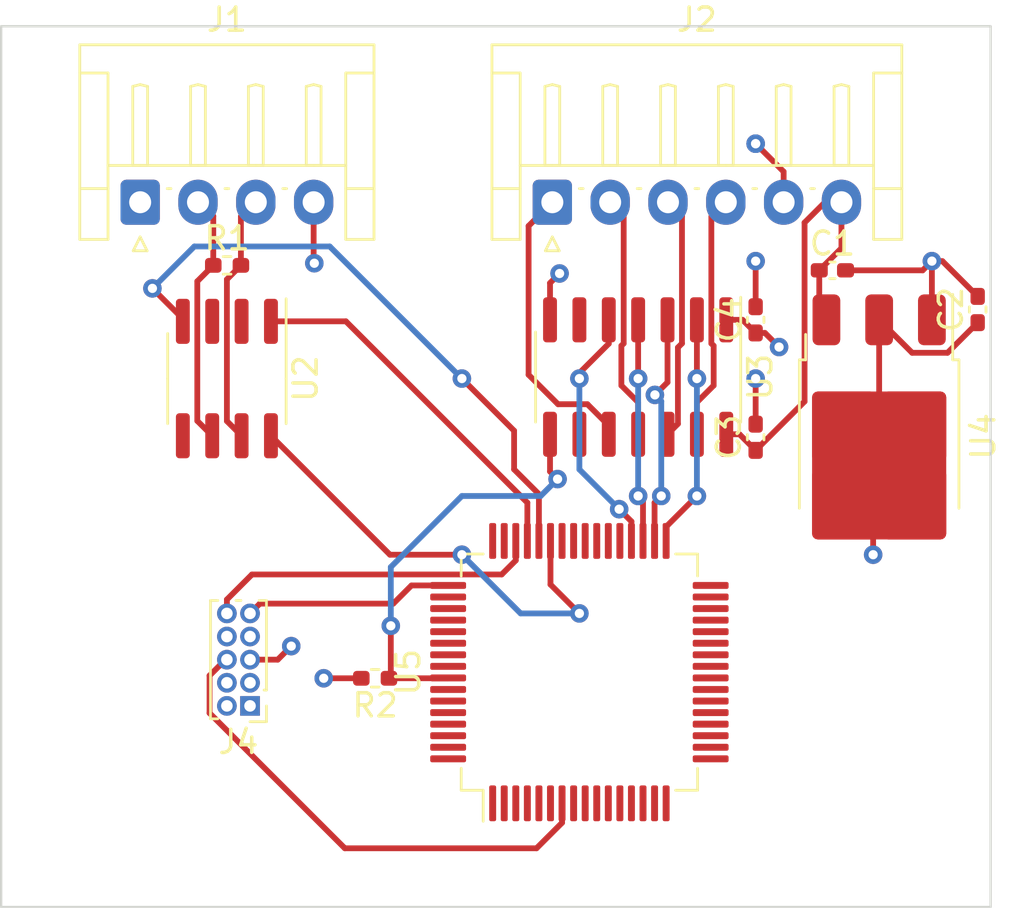
<source format=kicad_pcb>
(kicad_pcb (version 20221018) (generator pcbnew)
  (layers (0 "F.Cu" signal) (1 "In1.Cu" signal) (2 "In2.Cu" signal) (31 "B.Cu" signal) (34 "B.Paste" user) (35 "F.Paste" user) (36 "B.SilkS" user "B.Silkscreen") (37 "F.SilkS" user "F.Silkscreen") (38 "B.Mask" user) (39 "F.Mask" user) (44 "Edge.Cuts" user))
  (net 0 "")
  (net 1 "Net-(J2-Pin_6)")
  (net 2 "GND")
  (net 3 "+3.3V")
  (net 4 "Net-(J1-Pin_2)")
  (net 5 "Net-(J1-Pin_3)")
  (net 6 "Net-(J2-Pin_1)")
  (net 7 "Net-(J2-Pin_2)")
  (net 8 "Net-(J2-Pin_3)")
  (net 9 "Net-(J2-Pin_4)")
  (net 13 "Net-(J4-Pin_6)")
  (net 16 "Net-(J4-Pin_9)")
  (net 17 "Net-(J4-Pin_10)")
  (net 18 "Net-(U3-OE)")
  (net 19 "Net-(U2-D)")
  (net 20 "Net-(U2-R)")
  (net 22 "Net-(U2-Rs)")
  (net 23 "Net-(U3-A1)")
  (net 24 "Net-(U3-A2)")
  (net 25 "Net-(U3-A3)")
  (net 26 "Net-(U3-A4)")
  (net 45 "+3V3")
  (footprint "Package_TO_SOT_SMD:TO-252-3_TabPin2" (layer "F.Cu") (at 155.2 86.32 -90)
    (fp_text reference "U4" (at 0 -4.5 90) (layer "F.SilkS"))
    (fp_text value "IFX27001TFV33")
    (fp_line (start -3.31 -3.45) (end -3.31 -3.18) (stroke (width 0.12)) (layer "F.SilkS"))
    (fp_line (start -3.31 -3.18) (end -6.14 -3.18) (stroke (width 0.12)) (layer "F.SilkS"))
    (fp_line (start -3.31 3.18) (end -4.41 3.18) (stroke (width 0.12)) (layer "F.SilkS"))
    (fp_line (start -3.31 3.45) (end -3.31 3.18) (stroke (width 0.12)) (layer "F.SilkS"))
    (fp_line (start 3.11 -3.45) (end -3.31 -3.45) (stroke (width 0.12)) (layer "F.SilkS"))
    (fp_line (start 3.11 3.45) (end -3.31 3.45) (stroke (width 0.12)) (layer "F.SilkS"))
    (pad "1" smd roundrect (at -5.04 -2.28 270) (size 2.2 1.2) (layers "F.Cu" "F.Paste" "F.Mask") (roundrect_rratio 0.208333) (net 2 "GND"))
    (pad "2" smd roundrect (at -5.04 0 270) (size 2.2 1.2) (layers "F.Cu" "F.Paste" "F.Mask") (roundrect_rratio 0.208333) (net 3 "+3.3V"))
    (pad "2" smd roundrect (at -0.415 -1.525 270) (size 3.05 2.75) (layers "F.Cu" "F.Paste") (roundrect_rratio 0.090909) (net 3 "+3.3V"))
    (pad "2" smd roundrect (at -0.415 1.525 270) (size 3.05 2.75) (layers "F.Cu" "F.Paste") (roundrect_rratio 0.090909) (net 3 "+3.3V"))
    (pad "2" smd roundrect (at 1.26 0 270) (size 6.4 5.8) (layers "F.Cu" "F.Mask") (roundrect_rratio 0.043103) (net 3 "+3.3V"))
    (pad "2" smd roundrect (at 2.935 -1.525 270) (size 3.05 2.75) (layers "F.Cu" "F.Paste") (roundrect_rratio 0.090909) (net 3 "+3.3V"))
    (pad "2" smd roundrect (at 2.935 1.525 270) (size 3.05 2.75) (layers "F.Cu" "F.Paste") (roundrect_rratio 0.090909) (net 3 "+3.3V"))
    (pad "3" smd roundrect (at -5.04 2.28 270) (size 2.2 1.2) (layers "F.Cu" "F.Paste" "F.Mask") (roundrect_rratio 0.208333) (net 1 "Net-(J2-Pin_6)"))
  )
  (footprint "Capacitor_SMD:C_0402_1005Metric_Pad0.74x0.62mm_HandSolder" (layer "F.Cu") (at 159.459682 80.833818 90)
    (fp_text reference "C2" (at 0 -1.16 90) (layer "F.SilkS"))
    (fp_text value "10 uF")
    (fp_line (start -0.115835 -0.36) (end 0.115835 -0.36) (stroke (width 0.12)) (layer "F.SilkS"))
    (fp_line (start -0.115835 0.36) (end 0.115835 0.36) (stroke (width 0.12)) (layer "F.SilkS"))
    (pad "1" smd roundrect (at -0.5675 0 90) (size 0.735 0.62) (layers "F.Cu" "F.Paste" "F.Mask") (net 3 "+3.3V"))
    (pad "2" smd roundrect (at 0.5675 0 90) (size 0.735 0.62) (layers "F.Cu" "F.Paste" "F.Mask") (net 2 "GND"))
  )
  (footprint "Connector_PinHeader_1.00mm:PinHeader_2x05_P1.00mm_Vertical" (layer "F.Cu") (at 128 97.98 180)
    (fp_text reference "J4" (at 0.5 -1.56) (layer "F.SilkS"))
    (fp_text value "Conn_02x05_Top_Bottom")
    (fp_line (start -0.71 -0.685) (end 0 -0.685) (stroke (width 0.12)) (layer "F.SilkS"))
    (fp_line (start -0.71 0) (end -0.71 -0.685) (stroke (width 0.12)) (layer "F.SilkS"))
    (fp_line (start -0.71 0.685) (end -0.71 4.56) (stroke (width 0.12)) (layer "F.SilkS"))
    (fp_line (start -0.71 0.685) (end -0.608276 0.685) (stroke (width 0.12)) (layer "F.SilkS"))
    (fp_line (start -0.71 4.56) (end -0.394493 4.56) (stroke (width 0.12)) (layer "F.SilkS"))
    (fp_line (start 0.394493 4.56) (end 0.605507 4.56) (stroke (width 0.12)) (layer "F.SilkS"))
    (fp_line (start 1.394493 -0.56) (end 1.71 -0.56) (stroke (width 0.12)) (layer "F.SilkS"))
    (fp_line (start 1.394493 4.56) (end 1.71 4.56) (stroke (width 0.12)) (layer "F.SilkS"))
    (fp_line (start 1.71 -0.56) (end 1.71 4.56) (stroke (width 0.12)) (layer "F.SilkS"))
    (pad "1" thru_hole rect (at 0 0 180) (size 0.85 0.85) (drill 0.5) (layers "*.Cu" "*.Mask") (net 3 "+3.3V"))
    (pad "2" thru_hole oval (at 1 0 180) (size 0.85 0.85) (drill 0.5) (layers "*.Cu" "*.Mask"))
    (pad "3" thru_hole oval (at 0 1 180) (size 0.85 0.85) (drill 0.5) (layers "*.Cu" "*.Mask"))
    (pad "4" thru_hole oval (at 1 1 180) (size 0.85 0.85) (drill 0.5) (layers "*.Cu" "*.Mask"))
    (pad "5" thru_hole oval (at 0 2 180) (size 0.85 0.85) (drill 0.5) (layers "*.Cu" "*.Mask") (net 2 "GND"))
    (pad "6" thru_hole oval (at 1 2 180) (size 0.85 0.85) (drill 0.5) (layers "*.Cu" "*.Mask") (net 13 "Net-(J4-Pin_6)"))
    (pad "7" thru_hole oval (at 0 3 180) (size 0.85 0.85) (drill 0.5) (layers "*.Cu" "*.Mask"))
    (pad "8" thru_hole oval (at 1 3 180) (size 0.85 0.85) (drill 0.5) (layers "*.Cu" "*.Mask"))
    (pad "9" thru_hole oval (at 0 4 180) (size 0.85 0.85) (drill 0.5) (layers "*.Cu" "*.Mask") (net 16 "Net-(J4-Pin_9)"))
    (pad "10" thru_hole oval (at 1 4 180) (size 0.85 0.85) (drill 0.5) (layers "*.Cu" "*.Mask") (net 17 "Net-(J4-Pin_10)"))
  )
  (footprint "Capacitor_SMD:C_0402_1005Metric_Pad0.74x0.62mm_HandSolder" (layer "F.Cu") (at 149.86 86.36 90)
    (fp_text reference "C3" (at 0 -1.16 90) (layer "F.SilkS"))
    (fp_text value "0.1 uF")
    (fp_line (start -0.115835 -0.36) (end 0.115835 -0.36) (stroke (width 0.12)) (layer "F.SilkS"))
    (fp_line (start -0.115835 0.36) (end 0.115835 0.36) (stroke (width 0.12)) (layer "F.SilkS"))
    (pad "1" smd roundrect (at -0.5675 0 90) (size 0.735 0.62) (layers "F.Cu" "F.Paste" "F.Mask") (net 1 "Net-(J2-Pin_6)"))
    (pad "2" smd roundrect (at 0.5675 0 90) (size 0.735 0.62) (layers "F.Cu" "F.Paste" "F.Mask") (net 2 "GND"))
  )
  (footprint "Package_SO:SOIC-14_3.9x8.7mm_P1.27mm" (layer "F.Cu") (at 144.78 83.755 -90)
    (fp_text reference "U3" (at 0 -5.28 90) (layer "F.SilkS"))
    (fp_text value "TXB0104D")
    (fp_line (start 0 -4.435) (end -3.45 -4.435) (stroke (width 0.12)) (layer "F.SilkS"))
    (fp_line (start 0 -4.435) (end 1.95 -4.435) (stroke (width 0.12)) (layer "F.SilkS"))
    (fp_line (start 0 4.435) (end -1.95 4.435) (stroke (width 0.12)) (layer "F.SilkS"))
    (fp_line (start 0 4.435) (end 1.95 4.435) (stroke (width 0.12)) (layer "F.SilkS"))
    (pad "1" smd roundrect (at -2.475 -3.81 270) (size 1.95 0.6) (layers "F.Cu" "F.Paste" "F.Mask") (net 3 "+3.3V"))
    (pad "2" smd roundrect (at -2.475 -2.54 270) (size 1.95 0.6) (layers "F.Cu" "F.Paste" "F.Mask") (net 23 "Net-(U3-A1)"))
    (pad "3" smd roundrect (at -2.475 -1.27 270) (size 1.95 0.6) (layers "F.Cu" "F.Paste" "F.Mask") (net 24 "Net-(U3-A2)"))
    (pad "4" smd roundrect (at -2.475 0 270) (size 1.95 0.6) (layers "F.Cu" "F.Paste" "F.Mask") (net 25 "Net-(U3-A3)"))
    (pad "5" smd roundrect (at -2.475 1.27 270) (size 1.95 0.6) (layers "F.Cu" "F.Paste" "F.Mask") (net 26 "Net-(U3-A4)"))
    (pad "6" smd roundrect (at -2.475 2.54 270) (size 1.95 0.6) (layers "F.Cu" "F.Paste" "F.Mask"))
    (pad "7" smd roundrect (at -2.475 3.81 270) (size 1.95 0.6) (layers "F.Cu" "F.Paste" "F.Mask") (net 2 "GND"))
    (pad "8" smd roundrect (at 2.475 3.81 270) (size 1.95 0.6) (layers "F.Cu" "F.Paste" "F.Mask") (net 18 "Net-(U3-OE)"))
    (pad "9" smd roundrect (at 2.475 2.54 270) (size 1.95 0.6) (layers "F.Cu" "F.Paste" "F.Mask"))
    (pad "10" smd roundrect (at 2.475 1.27 270) (size 1.95 0.6) (layers "F.Cu" "F.Paste" "F.Mask") (net 6 "Net-(J2-Pin_1)"))
    (pad "11" smd roundrect (at 2.475 0 270) (size 1.95 0.6) (layers "F.Cu" "F.Paste" "F.Mask") (net 7 "Net-(J2-Pin_2)"))
    (pad "12" smd roundrect (at 2.475 -1.27 270) (size 1.95 0.6) (layers "F.Cu" "F.Paste" "F.Mask") (net 8 "Net-(J2-Pin_3)"))
    (pad "13" smd roundrect (at 2.475 -2.54 270) (size 1.95 0.6) (layers "F.Cu" "F.Paste" "F.Mask") (net 9 "Net-(J2-Pin_4)"))
    (pad "14" smd roundrect (at 2.475 -3.81 270) (size 1.95 0.6) (layers "F.Cu" "F.Paste" "F.Mask") (net 1 "Net-(J2-Pin_6)"))
  )
  (footprint "Capacitor_SMD:C_0402_1005Metric_Pad0.74x0.62mm_HandSolder" (layer "F.Cu") (at 149.86 81.28 90)
    (fp_text reference "C4" (at 0 -1.16 90) (layer "F.SilkS"))
    (fp_text value "0.1 uF")
    (fp_line (start -0.115835 -0.36) (end 0.115835 -0.36) (stroke (width 0.12)) (layer "F.SilkS"))
    (fp_line (start -0.115835 0.36) (end 0.115835 0.36) (stroke (width 0.12)) (layer "F.SilkS"))
    (pad "1" smd roundrect (at -0.5675 0 90) (size 0.735 0.62) (layers "F.Cu" "F.Paste" "F.Mask") (net 3 "+3.3V"))
    (pad "2" smd roundrect (at 0.5675 0 90) (size 0.735 0.62) (layers "F.Cu" "F.Paste" "F.Mask") (net 2 "GND"))
  )
  (footprint "Connector_JST:JST_EH_S6B-EH_1x06_P2.50mm_Horizontal" (layer "F.Cu") (at 141.07 76.1925)
    (fp_text reference "J2" (at 6.25 -7.9) (layer "F.SilkS"))
    (fp_text value "Conn_01x06")
    (fp_line (start -2.61 -6.81) (end 15.11 -6.81) (stroke (width 0.12)) (layer "F.SilkS"))
    (fp_line (start -2.61 -5.59) (end -1.39 -5.59) (stroke (width 0.12)) (layer "F.SilkS"))
    (fp_line (start -2.61 1.61) (end -2.61 -6.81) (stroke (width 0.12)) (layer "F.SilkS"))
    (fp_line (start -1.39 -5.59) (end -1.39 -0.59) (stroke (width 0.12)) (layer "F.SilkS"))
    (fp_line (start -1.39 -1.59) (end 13.89 -1.59) (stroke (width 0.12)) (layer "F.SilkS"))
    (fp_line (start -1.39 -0.59) (end -2.61 -0.59) (stroke (width 0.12)) (layer "F.SilkS"))
    (fp_line (start -1.39 -0.59) (end -1.39 1.61) (stroke (width 0.12)) (layer "F.SilkS"))
    (fp_line (start -1.39 1.61) (end -2.61 1.61) (stroke (width 0.12)) (layer "F.SilkS"))
    (fp_line (start -0.32 -5.01) (end 0 -5.09) (stroke (width 0.12)) (layer "F.SilkS"))
    (fp_line (start -0.32 -1.59) (end -0.32 -5.01) (stroke (width 0.12)) (layer "F.SilkS"))
    (fp_line (start -0.3 2.1) (end 0.3 2.1) (stroke (width 0.12)) (layer "F.SilkS"))
    (fp_line (start 0 -5.09) (end 0.32 -5.01) (stroke (width 0.12)) (layer "F.SilkS"))
    (fp_line (start 0 -1.59) (end -0.32 -1.59) (stroke (width 0.12)) (layer "F.SilkS"))
    (fp_line (start 0 1.5) (end -0.3 2.1) (stroke (width 0.12)) (layer "F.SilkS"))
    (fp_line (start 0.3 2.1) (end 0 1.5) (stroke (width 0.12)) (layer "F.SilkS"))
    (fp_line (start 0.32 -5.01) (end 0.32 -1.59) (stroke (width 0.12)) (layer "F.SilkS"))
    (fp_line (start 0.32 -1.59) (end 0 -1.59) (stroke (width 0.12)) (layer "F.SilkS"))
    (fp_line (start 1.17 -0.59) (end 1.33 -0.59) (stroke (width 0.12)) (layer "F.SilkS"))
    (fp_line (start 2.18 -5.01) (end 2.5 -5.09) (stroke (width 0.12)) (layer "F.SilkS"))
    (fp_line (start 2.18 -1.59) (end 2.18 -5.01) (stroke (width 0.12)) (layer "F.SilkS"))
    (fp_line (start 2.5 -5.09) (end 2.82 -5.01) (stroke (width 0.12)) (layer "F.SilkS"))
    (fp_line (start 2.5 -1.59) (end 2.18 -1.59) (stroke (width 0.12)) (layer "F.SilkS"))
    (fp_line (start 2.82 -5.01) (end 2.82 -1.59) (stroke (width 0.12)) (layer "F.SilkS"))
    (fp_line (start 2.82 -1.59) (end 2.5 -1.59) (stroke (width 0.12)) (layer "F.SilkS"))
    (fp_line (start 3.67 -0.59) (end 3.83 -0.59) (stroke (width 0.12)) (layer "F.SilkS"))
    (fp_line (start 4.68 -5.01) (end 5 -5.09) (stroke (width 0.12)) (layer "F.SilkS"))
    (fp_line (start 4.68 -1.59) (end 4.68 -5.01) (stroke (width 0.12)) (layer "F.SilkS"))
    (fp_line (start 5 -5.09) (end 5.32 -5.01) (stroke (width 0.12)) (layer "F.SilkS"))
    (fp_line (start 5 -1.59) (end 4.68 -1.59) (stroke (width 0.12)) (layer "F.SilkS"))
    (fp_line (start 5.32 -5.01) (end 5.32 -1.59) (stroke (width 0.12)) (layer "F.SilkS"))
    (fp_line (start 5.32 -1.59) (end 5 -1.59) (stroke (width 0.12)) (layer "F.SilkS"))
    (fp_line (start 6.17 -0.59) (end 6.33 -0.59) (stroke (width 0.12)) (layer "F.SilkS"))
    (fp_line (start 7.18 -5.01) (end 7.5 -5.09) (stroke (width 0.12)) (layer "F.SilkS"))
    (fp_line (start 7.18 -1.59) (end 7.18 -5.01) (stroke (width 0.12)) (layer "F.SilkS"))
    (fp_line (start 7.5 -5.09) (end 7.82 -5.01) (stroke (width 0.12)) (layer "F.SilkS"))
    (fp_line (start 7.5 -1.59) (end 7.18 -1.59) (stroke (width 0.12)) (layer "F.SilkS"))
    (fp_line (start 7.82 -5.01) (end 7.82 -1.59) (stroke (width 0.12)) (layer "F.SilkS"))
    (fp_line (start 7.82 -1.59) (end 7.5 -1.59) (stroke (width 0.12)) (layer "F.SilkS"))
    (fp_line (start 8.67 -0.59) (end 8.83 -0.59) (stroke (width 0.12)) (layer "F.SilkS"))
    (fp_line (start 9.68 -5.01) (end 10 -5.09) (stroke (width 0.12)) (layer "F.SilkS"))
    (fp_line (start 9.68 -1.59) (end 9.68 -5.01) (stroke (width 0.12)) (layer "F.SilkS"))
    (fp_line (start 10 -5.09) (end 10.32 -5.01) (stroke (width 0.12)) (layer "F.SilkS"))
    (fp_line (start 10 -1.59) (end 9.68 -1.59) (stroke (width 0.12)) (layer "F.SilkS"))
    (fp_line (start 10.32 -5.01) (end 10.32 -1.59) (stroke (width 0.12)) (layer "F.SilkS"))
    (fp_line (start 10.32 -1.59) (end 10 -1.59) (stroke (width 0.12)) (layer "F.SilkS"))
    (fp_line (start 11.17 -0.59) (end 11.33 -0.59) (stroke (width 0.12)) (layer "F.SilkS"))
    (fp_line (start 12.18 -5.01) (end 12.5 -5.09) (stroke (width 0.12)) (layer "F.SilkS"))
    (fp_line (start 12.18 -1.59) (end 12.18 -5.01) (stroke (width 0.12)) (layer "F.SilkS"))
    (fp_line (start 12.5 -5.09) (end 12.82 -5.01) (stroke (width 0.12)) (layer "F.SilkS"))
    (fp_line (start 12.5 -1.59) (end 12.18 -1.59) (stroke (width 0.12)) (layer "F.SilkS"))
    (fp_line (start 12.82 -5.01) (end 12.82 -1.59) (stroke (width 0.12)) (layer "F.SilkS"))
    (fp_line (start 12.82 -1.59) (end 12.5 -1.59) (stroke (width 0.12)) (layer "F.SilkS"))
    (fp_line (start 13.89 -5.59) (end 13.89 -0.59) (stroke (width 0.12)) (layer "F.SilkS"))
    (fp_line (start 13.89 -0.59) (end 15.11 -0.59) (stroke (width 0.12)) (layer "F.SilkS"))
    (fp_line (start 13.89 1.61) (end 13.89 -0.59) (stroke (width 0.12)) (layer "F.SilkS"))
    (fp_line (start 15.11 -6.81) (end 15.11 1.61) (stroke (width 0.12)) (layer "F.SilkS"))
    (fp_line (start 15.11 -5.59) (end 13.89 -5.59) (stroke (width 0.12)) (layer "F.SilkS"))
    (fp_line (start 15.11 1.61) (end 13.89 1.61) (stroke (width 0.12)) (layer "F.SilkS"))
    (pad "1" thru_hole roundrect (at 0 0) (size 1.7 1.95) (drill 0.95) (layers "*.Cu" "*.Mask") (roundrect_rratio 0.147059) (net 6 "Net-(J2-Pin_1)"))
    (pad "2" thru_hole oval (at 2.5 0) (size 1.7 1.95) (drill 0.95) (layers "*.Cu" "*.Mask") (net 7 "Net-(J2-Pin_2)"))
    (pad "3" thru_hole oval (at 5 0) (size 1.7 1.95) (drill 0.95) (layers "*.Cu" "*.Mask") (net 8 "Net-(J2-Pin_3)"))
    (pad "4" thru_hole oval (at 7.5 0) (size 1.7 1.95) (drill 0.95) (layers "*.Cu" "*.Mask") (net 9 "Net-(J2-Pin_4)"))
    (pad "5" thru_hole oval (at 10 0) (size 1.7 1.95) (drill 0.95) (layers "*.Cu" "*.Mask") (net 2 "GND"))
    (pad "6" thru_hole oval (at 12.5 0) (size 1.7 1.95) (drill 0.95) (layers "*.Cu" "*.Mask") (net 1 "Net-(J2-Pin_6)"))
  )
  (footprint "Resistor_SMD:R_0402_1005Metric_Pad0.72x0.64mm_HandSolder" (layer "F.Cu") (at 133.408755 96.785413 180)
    (fp_text reference "R2" (at 0 -1.17) (layer "F.SilkS"))
    (fp_text value "55 kOhm")
    (fp_line (start -0.167621 -0.38) (end 0.167621 -0.38) (stroke (width 0.12)) (layer "F.SilkS"))
    (fp_line (start -0.167621 0.38) (end 0.167621 0.38) (stroke (width 0.12)) (layer "F.SilkS"))
    (pad "1" smd roundrect (at -0.5975 0 180) (size 0.715 0.64) (layers "F.Cu" "F.Paste" "F.Mask") (net 18 "Net-(U3-OE)"))
    (pad "2" smd roundrect (at 0.5975 0 180) (size 0.715 0.64) (layers "F.Cu" "F.Paste" "F.Mask") (net 2 "GND"))
  )
  (footprint "Resistor_SMD:R_0402_1005Metric_Pad0.72x0.64mm_HandSolder" (layer "F.Cu") (at 127.008329 78.92324)
    (fp_text reference "R1" (at 0 -1.17) (layer "F.SilkS"))
    (fp_text value "120 Ohm")
    (fp_line (start -0.167621 -0.38) (end 0.167621 -0.38) (stroke (width 0.12)) (layer "F.SilkS"))
    (fp_line (start -0.167621 0.38) (end 0.167621 0.38) (stroke (width 0.12)) (layer "F.SilkS"))
    (pad "1" smd roundrect (at -0.5975 0) (size 0.715 0.64) (layers "F.Cu" "F.Paste" "F.Mask") (net 4 "Net-(J1-Pin_2)"))
    (pad "2" smd roundrect (at 0.5975 0) (size 0.715 0.64) (layers "F.Cu" "F.Paste" "F.Mask") (net 5 "Net-(J1-Pin_3)"))
  )
  (footprint "Package_SO:SOIC-8_3.9x4.9mm_P1.27mm" (layer "F.Cu") (at 127 83.82 -90)
    (fp_text reference "U2" (at 0 -3.4 90) (layer "F.SilkS"))
    (fp_text value "SN65HVD230")
    (fp_line (start 0 -2.56) (end -3.45 -2.56) (stroke (width 0.12)) (layer "F.SilkS"))
    (fp_line (start 0 -2.56) (end 1.95 -2.56) (stroke (width 0.12)) (layer "F.SilkS"))
    (fp_line (start 0 2.56) (end -1.95 2.56) (stroke (width 0.12)) (layer "F.SilkS"))
    (fp_line (start 0 2.56) (end 1.95 2.56) (stroke (width 0.12)) (layer "F.SilkS"))
    (pad "1" smd roundrect (at -2.475 -1.905 270) (size 1.95 0.6) (layers "F.Cu" "F.Paste" "F.Mask") (net 19 "Net-(U2-D)"))
    (pad "2" smd roundrect (at -2.475 -0.635 270) (size 1.95 0.6) (layers "F.Cu" "F.Paste" "F.Mask") (net 2 "GND"))
    (pad "3" smd roundrect (at -2.475 0.635 270) (size 1.95 0.6) (layers "F.Cu" "F.Paste" "F.Mask") (net 3 "+3.3V"))
    (pad "4" smd roundrect (at -2.475 1.905 270) (size 1.95 0.6) (layers "F.Cu" "F.Paste" "F.Mask") (net 20 "Net-(U2-R)"))
    (pad "5" smd roundrect (at 2.475 1.905 270) (size 1.95 0.6) (layers "F.Cu" "F.Paste" "F.Mask"))
    (pad "6" smd roundrect (at 2.475 0.635 270) (size 1.95 0.6) (layers "F.Cu" "F.Paste" "F.Mask") (net 4 "Net-(J1-Pin_2)"))
    (pad "7" smd roundrect (at 2.475 -0.635 270) (size 1.95 0.6) (layers "F.Cu" "F.Paste" "F.Mask") (net 5 "Net-(J1-Pin_3)"))
    (pad "8" smd roundrect (at 2.475 -1.905 270) (size 1.95 0.6) (layers "F.Cu" "F.Paste" "F.Mask") (net 22 "Net-(U2-Rs)"))
  )
  (footprint "Package_QFP:LQFP-64_10x10mm_P0.5mm" (layer "F.Cu") (at 142.24 96.52 90)
    (fp_text reference "U5" (at 0 -7.4 90) (layer "F.SilkS"))
    (fp_text value "STM32L562RETx")
    (fp_line (start -5.11 -5.11) (end -5.11 -4.16) (stroke (width 0.12)) (layer "F.SilkS"))
    (fp_line (start -5.11 -4.16) (end -6.45 -4.16) (stroke (width 0.12)) (layer "F.SilkS"))
    (fp_line (start -5.11 5.11) (end -5.11 4.16) (stroke (width 0.12)) (layer "F.SilkS"))
    (fp_line (start -4.16 -5.11) (end -5.11 -5.11) (stroke (width 0.12)) (layer "F.SilkS"))
    (fp_line (start -4.16 5.11) (end -5.11 5.11) (stroke (width 0.12)) (layer "F.SilkS"))
    (fp_line (start 4.16 -5.11) (end 5.11 -5.11) (stroke (width 0.12)) (layer "F.SilkS"))
    (fp_line (start 4.16 5.11) (end 5.11 5.11) (stroke (width 0.12)) (layer "F.SilkS"))
    (fp_line (start 5.11 -5.11) (end 5.11 -4.16) (stroke (width 0.12)) (layer "F.SilkS"))
    (fp_line (start 5.11 5.11) (end 5.11 4.16) (stroke (width 0.12)) (layer "F.SilkS"))
    (pad "1" smd roundrect (at -5.675 -3.75 90) (size 1.55 0.3) (layers "F.Cu" "F.Paste" "F.Mask"))
    (pad "2" smd roundrect (at -5.675 -3.25 90) (size 1.55 0.3) (layers "F.Cu" "F.Paste" "F.Mask"))
    (pad "3" smd roundrect (at -5.675 -2.75 90) (size 1.55 0.3) (layers "F.Cu" "F.Paste" "F.Mask"))
    (pad "4" smd roundrect (at -5.675 -2.25 90) (size 1.55 0.3) (layers "F.Cu" "F.Paste" "F.Mask"))
    (pad "5" smd roundrect (at -5.675 -1.75 90) (size 1.55 0.3) (layers "F.Cu" "F.Paste" "F.Mask"))
    (pad "6" smd roundrect (at -5.675 -1.25 90) (size 1.55 0.3) (layers "F.Cu" "F.Paste" "F.Mask"))
    (pad "7" smd roundrect (at -5.675 -0.75 90) (size 1.55 0.3) (layers "F.Cu" "F.Paste" "F.Mask") (net 13 "Net-(J4-Pin_6)"))
    (pad "8" smd roundrect (at -5.675 -0.25 90) (size 1.55 0.3) (layers "F.Cu" "F.Paste" "F.Mask"))
    (pad "9" smd roundrect (at -5.675 0.25 90) (size 1.55 0.3) (layers "F.Cu" "F.Paste" "F.Mask"))
    (pad "10" smd roundrect (at -5.675 0.75 90) (size 1.55 0.3) (layers "F.Cu" "F.Paste" "F.Mask"))
    (pad "11" smd roundrect (at -5.675 1.25 90) (size 1.55 0.3) (layers "F.Cu" "F.Paste" "F.Mask"))
    (pad "12" smd roundrect (at -5.675 1.75 90) (size 1.55 0.3) (layers "F.Cu" "F.Paste" "F.Mask"))
    (pad "13" smd roundrect (at -5.675 2.25 90) (size 1.55 0.3) (layers "F.Cu" "F.Paste" "F.Mask"))
    (pad "14" smd roundrect (at -5.675 2.75 90) (size 1.55 0.3) (layers "F.Cu" "F.Paste" "F.Mask"))
    (pad "15" smd roundrect (at -5.675 3.25 90) (size 1.55 0.3) (layers "F.Cu" "F.Paste" "F.Mask"))
    (pad "16" smd roundrect (at -5.675 3.75 90) (size 1.55 0.3) (layers "F.Cu" "F.Paste" "F.Mask"))
    (pad "17" smd roundrect (at -3.75 5.675 90) (size 0.3 1.55) (layers "F.Cu" "F.Paste" "F.Mask"))
    (pad "18" smd roundrect (at -3.25 5.675 90) (size 0.3 1.55) (layers "F.Cu" "F.Paste" "F.Mask") (net 2 "GND"))
    (pad "19" smd roundrect (at -2.75 5.675 90) (size 0.3 1.55) (layers "F.Cu" "F.Paste" "F.Mask") (net 45 "+3V3"))
    (pad "20" smd roundrect (at -2.25 5.675 90) (size 0.3 1.55) (layers "F.Cu" "F.Paste" "F.Mask"))
    (pad "21" smd roundrect (at -1.75 5.675 90) (size 0.3 1.55) (layers "F.Cu" "F.Paste" "F.Mask"))
    (pad "22" smd roundrect (at -1.25 5.675 90) (size 0.3 1.55) (layers "F.Cu" "F.Paste" "F.Mask"))
    (pad "23" smd roundrect (at -0.75 5.675 90) (size 0.3 1.55) (layers "F.Cu" "F.Paste" "F.Mask"))
    (pad "24" smd roundrect (at -0.25 5.675 90) (size 0.3 1.55) (layers "F.Cu" "F.Paste" "F.Mask"))
    (pad "25" smd roundrect (at 0.25 5.675 90) (size 0.3 1.55) (layers "F.Cu" "F.Paste" "F.Mask"))
    (pad "26" smd roundrect (at 0.75 5.675 90) (size 0.3 1.55) (layers "F.Cu" "F.Paste" "F.Mask"))
    (pad "27" smd roundrect (at 1.25 5.675 90) (size 0.3 1.55) (layers "F.Cu" "F.Paste" "F.Mask"))
    (pad "28" smd roundrect (at 1.75 5.675 90) (size 0.3 1.55) (layers "F.Cu" "F.Paste" "F.Mask"))
    (pad "29" smd roundrect (at 2.25 5.675 90) (size 0.3 1.55) (layers "F.Cu" "F.Paste" "F.Mask"))
    (pad "30" smd roundrect (at 2.75 5.675 90) (size 0.3 1.55) (layers "F.Cu" "F.Paste" "F.Mask"))
    (pad "31" smd roundrect (at 3.25 5.675 90) (size 0.3 1.55) (layers "F.Cu" "F.Paste" "F.Mask") (net 2 "GND"))
    (pad "32" smd roundrect (at 3.75 5.675 90) (size 0.3 1.55) (layers "F.Cu" "F.Paste" "F.Mask") (net 45 "+3V3"))
    (pad "33" smd roundrect (at 5.675 3.75 90) (size 1.55 0.3) (layers "F.Cu" "F.Paste" "F.Mask") (net 23 "Net-(U3-A1)"))
    (pad "34" smd roundrect (at 5.675 3.25 90) (size 1.55 0.3) (layers "F.Cu" "F.Paste" "F.Mask") (net 24 "Net-(U3-A2)"))
    (pad "35" smd roundrect (at 5.675 2.75 90) (size 1.55 0.3) (layers "F.Cu" "F.Paste" "F.Mask") (net 25 "Net-(U3-A3)"))
    (pad "36" smd roundrect (at 5.675 2.25 90) (size 1.55 0.3) (layers "F.Cu" "F.Paste" "F.Mask") (net 26 "Net-(U3-A4)"))
    (pad "37" smd roundrect (at 5.675 1.75 90) (size 1.55 0.3) (layers "F.Cu" "F.Paste" "F.Mask"))
    (pad "38" smd roundrect (at 5.675 1.25 90) (size 1.55 0.3) (layers "F.Cu" "F.Paste" "F.Mask"))
    (pad "39" smd roundrect (at 5.675 0.75 90) (size 1.55 0.3) (layers "F.Cu" "F.Paste" "F.Mask"))
    (pad "40" smd roundrect (at 5.675 0.25 90) (size 1.55 0.3) (layers "F.Cu" "F.Paste" "F.Mask"))
    (pad "41" smd roundrect (at 5.675 -0.25 90) (size 1.55 0.3) (layers "F.Cu" "F.Paste" "F.Mask"))
    (pad "42" smd roundrect (at 5.675 -0.75 90) (size 1.55 0.3) (layers "F.Cu" "F.Paste" "F.Mask"))
    (pad "43" smd roundrect (at 5.675 -1.25 90) (size 1.55 0.3) (layers "F.Cu" "F.Paste" "F.Mask") (net 22 "Net-(U2-Rs)"))
    (pad "44" smd roundrect (at 5.675 -1.75 90) (size 1.55 0.3) (layers "F.Cu" "F.Paste" "F.Mask") (net 20 "Net-(U2-R)"))
    (pad "45" smd roundrect (at 5.675 -2.25 90) (size 1.55 0.3) (layers "F.Cu" "F.Paste" "F.Mask") (net 19 "Net-(U2-D)"))
    (pad "46" smd roundrect (at 5.675 -2.75 90) (size 1.55 0.3) (layers "F.Cu" "F.Paste" "F.Mask") (net 17 "Net-(J4-Pin_10)"))
    (pad "47" smd roundrect (at 5.675 -3.25 90) (size 1.55 0.3) (layers "F.Cu" "F.Paste" "F.Mask") (net 2 "GND"))
    (pad "48" smd roundrect (at 5.675 -3.75 90) (size 1.55 0.3) (layers "F.Cu" "F.Paste" "F.Mask"))
    (pad "49" smd roundrect (at 3.75 -5.675 90) (size 0.3 1.55) (layers "F.Cu" "F.Paste" "F.Mask") (net 16 "Net-(J4-Pin_9)"))
    (pad "50" smd roundrect (at 3.25 -5.675 90) (size 0.3 1.55) (layers "F.Cu" "F.Paste" "F.Mask"))
    (pad "51" smd roundrect (at 2.75 -5.675 90) (size 0.3 1.55) (layers "F.Cu" "F.Paste" "F.Mask"))
    (pad "52" smd roundrect (at 2.25 -5.675 90) (size 0.3 1.55) (layers "F.Cu" "F.Paste" "F.Mask"))
    (pad "53" smd roundrect (at 1.75 -5.675 90) (size 0.3 1.55) (layers "F.Cu" "F.Paste" "F.Mask"))
    (pad "54" smd roundrect (at 1.25 -5.675 90) (size 0.3 1.55) (layers "F.Cu" "F.Paste" "F.Mask"))
    (pad "55" smd roundrect (at 0.75 -5.675 90) (size 0.3 1.55) (layers "F.Cu" "F.Paste" "F.Mask"))
    (pad "56" smd roundrect (at 0.25 -5.675 90) (size 0.3 1.55) (layers "F.Cu" "F.Paste" "F.Mask"))
    (pad "57" smd roundrect (at -0.25 -5.675 90) (size 0.3 1.55) (layers "F.Cu" "F.Paste" "F.Mask") (net 18 "Net-(U3-OE)"))
    (pad "58" smd roundrect (at -0.75 -5.675 90) (size 0.3 1.55) (layers "F.Cu" "F.Paste" "F.Mask"))
    (pad "59" smd roundrect (at -1.25 -5.675 90) (size 0.3 1.55) (layers "F.Cu" "F.Paste" "F.Mask"))
    (pad "60" smd roundrect (at -1.75 -5.675 90) (size 0.3 1.55) (layers "F.Cu" "F.Paste" "F.Mask"))
    (pad "61" smd roundrect (at -2.25 -5.675 90) (size 0.3 1.55) (layers "F.Cu" "F.Paste" "F.Mask"))
    (pad "62" smd roundrect (at -2.75 -5.675 90) (size 0.3 1.55) (layers "F.Cu" "F.Paste" "F.Mask"))
    (pad "63" smd roundrect (at -3.25 -5.675 90) (size 0.3 1.55) (layers "F.Cu" "F.Paste" "F.Mask") (net 2 "GND"))
    (pad "64" smd roundrect (at -3.75 -5.675 90) (size 0.3 1.55) (layers "F.Cu" "F.Paste" "F.Mask") (net 45 "+3V3"))
  )
  (footprint "Capacitor_SMD:C_0402_1005Metric_Pad0.74x0.62mm_HandSolder" (layer "F.Cu") (at 153.178228 79.13812)
    (fp_text reference "C1" (at 0 -1.16) (layer "F.SilkS"))
    (fp_text value "100 nF")
    (fp_line (start -0.115835 -0.36) (end 0.115835 -0.36) (stroke (width 0.12)) (layer "F.SilkS"))
    (fp_line (start -0.115835 0.36) (end 0.115835 0.36) (stroke (width 0.12)) (layer "F.SilkS"))
    (pad "1" smd roundrect (at -0.5675 0) (size 0.735 0.62) (layers "F.Cu" "F.Paste" "F.Mask") (net 1 "Net-(J2-Pin_6)"))
    (pad "2" smd roundrect (at 0.5675 0) (size 0.735 0.62) (layers "F.Cu" "F.Paste" "F.Mask") (net 2 "GND"))
  )
  (footprint "Connector_JST:JST_EH_S4B-EH_1x04_P2.50mm_Horizontal" (layer "F.Cu") (at 123.25 76.1925)
    (fp_text reference "J1" (at 3.75 -7.9) (layer "F.SilkS"))
    (fp_text value "Conn_01x04")
    (fp_line (start -2.61 -6.81) (end 10.11 -6.81) (stroke (width 0.12)) (layer "F.SilkS"))
    (fp_line (start -2.61 -5.59) (end -1.39 -5.59) (stroke (width 0.12)) (layer "F.SilkS"))
    (fp_line (start -2.61 1.61) (end -2.61 -6.81) (stroke (width 0.12)) (layer "F.SilkS"))
    (fp_line (start -1.39 -5.59) (end -1.39 -0.59) (stroke (width 0.12)) (layer "F.SilkS"))
    (fp_line (start -1.39 -1.59) (end 8.89 -1.59) (stroke (width 0.12)) (layer "F.SilkS"))
    (fp_line (start -1.39 -0.59) (end -2.61 -0.59) (stroke (width 0.12)) (layer "F.SilkS"))
    (fp_line (start -1.39 -0.59) (end -1.39 1.61) (stroke (width 0.12)) (layer "F.SilkS"))
    (fp_line (start -1.39 1.61) (end -2.61 1.61) (stroke (width 0.12)) (layer "F.SilkS"))
    (fp_line (start -0.32 -5.01) (end 0 -5.09) (stroke (width 0.12)) (layer "F.SilkS"))
    (fp_line (start -0.32 -1.59) (end -0.32 -5.01) (stroke (width 0.12)) (layer "F.SilkS"))
    (fp_line (start -0.3 2.1) (end 0.3 2.1) (stroke (width 0.12)) (layer "F.SilkS"))
    (fp_line (start 0 -5.09) (end 0.32 -5.01) (stroke (width 0.12)) (layer "F.SilkS"))
    (fp_line (start 0 -1.59) (end -0.32 -1.59) (stroke (width 0.12)) (layer "F.SilkS"))
    (fp_line (start 0 1.5) (end -0.3 2.1) (stroke (width 0.12)) (layer "F.SilkS"))
    (fp_line (start 0.3 2.1) (end 0 1.5) (stroke (width 0.12)) (layer "F.SilkS"))
    (fp_line (start 0.32 -5.01) (end 0.32 -1.59) (stroke (width 0.12)) (layer "F.SilkS"))
    (fp_line (start 0.32 -1.59) (end 0 -1.59) (stroke (width 0.12)) (layer "F.SilkS"))
    (fp_line (start 1.17 -0.59) (end 1.33 -0.59) (stroke (width 0.12)) (layer "F.SilkS"))
    (fp_line (start 2.18 -5.01) (end 2.5 -5.09) (stroke (width 0.12)) (layer "F.SilkS"))
    (fp_line (start 2.18 -1.59) (end 2.18 -5.01) (stroke (width 0.12)) (layer "F.SilkS"))
    (fp_line (start 2.5 -5.09) (end 2.82 -5.01) (stroke (width 0.12)) (layer "F.SilkS"))
    (fp_line (start 2.5 -1.59) (end 2.18 -1.59) (stroke (width 0.12)) (layer "F.SilkS"))
    (fp_line (start 2.82 -5.01) (end 2.82 -1.59) (stroke (width 0.12)) (layer "F.SilkS"))
    (fp_line (start 2.82 -1.59) (end 2.5 -1.59) (stroke (width 0.12)) (layer "F.SilkS"))
    (fp_line (start 3.67 -0.59) (end 3.83 -0.59) (stroke (width 0.12)) (layer "F.SilkS"))
    (fp_line (start 4.68 -5.01) (end 5 -5.09) (stroke (width 0.12)) (layer "F.SilkS"))
    (fp_line (start 4.68 -1.59) (end 4.68 -5.01) (stroke (width 0.12)) (layer "F.SilkS"))
    (fp_line (start 5 -5.09) (end 5.32 -5.01) (stroke (width 0.12)) (layer "F.SilkS"))
    (fp_line (start 5 -1.59) (end 4.68 -1.59) (stroke (width 0.12)) (layer "F.SilkS"))
    (fp_line (start 5.32 -5.01) (end 5.32 -1.59) (stroke (width 0.12)) (layer "F.SilkS"))
    (fp_line (start 5.32 -1.59) (end 5 -1.59) (stroke (width 0.12)) (layer "F.SilkS"))
    (fp_line (start 6.17 -0.59) (end 6.33 -0.59) (stroke (width 0.12)) (layer "F.SilkS"))
    (fp_line (start 7.18 -5.01) (end 7.5 -5.09) (stroke (width 0.12)) (layer "F.SilkS"))
    (fp_line (start 7.18 -1.59) (end 7.18 -5.01) (stroke (width 0.12)) (layer "F.SilkS"))
    (fp_line (start 7.5 -5.09) (end 7.82 -5.01) (stroke (width 0.12)) (layer "F.SilkS"))
    (fp_line (start 7.5 -1.59) (end 7.18 -1.59) (stroke (width 0.12)) (layer "F.SilkS"))
    (fp_line (start 7.82 -5.01) (end 7.82 -1.59) (stroke (width 0.12)) (layer "F.SilkS"))
    (fp_line (start 7.82 -1.59) (end 7.5 -1.59) (stroke (width 0.12)) (layer "F.SilkS"))
    (fp_line (start 8.89 -5.59) (end 8.89 -0.59) (stroke (width 0.12)) (layer "F.SilkS"))
    (fp_line (start 8.89 -0.59) (end 10.11 -0.59) (stroke (width 0.12)) (layer "F.SilkS"))
    (fp_line (start 8.89 1.61) (end 8.89 -0.59) (stroke (width 0.12)) (layer "F.SilkS"))
    (fp_line (start 10.11 -6.81) (end 10.11 1.61) (stroke (width 0.12)) (layer "F.SilkS"))
    (fp_line (start 10.11 -5.59) (end 8.89 -5.59) (stroke (width 0.12)) (layer "F.SilkS"))
    (fp_line (start 10.11 1.61) (end 8.89 1.61) (stroke (width 0.12)) (layer "F.SilkS"))
    (pad "1" thru_hole roundrect (at 0 0) (size 1.7 1.95) (drill 0.95) (layers "*.Cu" "*.Mask") (roundrect_rratio 0.147059) (net 3 "+3.3V"))
    (pad "2" thru_hole oval (at 2.5 0) (size 1.7 1.95) (drill 0.95) (layers "*.Cu" "*.Mask") (net 4 "Net-(J1-Pin_2)"))
    (pad "3" thru_hole oval (at 5 0) (size 1.7 1.95) (drill 0.95) (layers "*.Cu" "*.Mask") (net 5 "Net-(J1-Pin_3)"))
    (pad "4" thru_hole oval (at 7.5 0) (size 1.7 1.95) (drill 0.95) (layers "*.Cu" "*.Mask") (net 2 "GND"))
  )
  (gr_rect (start 117.24 68.58) (end 160.02 106.68) (stroke (width 0.1)) (fill none) (layer "Edge.Cuts"))
  (segment (start 151.975 77.074201) (end 152.856701 76.1925) (width 0.25) (layer "F.Cu") (net 1))
  (segment (start 152.610728 79.13812) (end 152.610728 80.970728) (width 0.25) (layer "F.Cu") (net 1))
  (segment (start 152.856701 76.1925) (end 153.57 76.1925) (width 0.25) (layer "F.Cu") (net 1))
  (segment (start 148.59 86.23) (end 149.1625 86.23) (width 0.25) (layer "F.Cu") (net 1))
  (segment (start 151.975 84.8125) (end 151.975 77.074201) (width 0.25) (layer "F.Cu") (net 1))
  (segment (start 153.57 78.178848) (end 152.610728 79.13812) (width 0.25) (layer "F.Cu") (net 1))
  (segment (start 152.610728 80.970728) (end 152.92 81.28) (width 0.25) (layer "F.Cu") (net 1))
  (segment (start 149.86 86.9275) (end 151.975 84.8125) (width 0.25) (layer "F.Cu") (net 1))
  (segment (start 149.1625 86.23) (end 149.86 86.9275) (width 0.25) (layer "F.Cu") (net 1))
  (segment (start 153.57 76.1925) (end 153.57 78.178848) (width 0.25) (layer "F.Cu") (net 1))
  (segment (start 149.86 85.7925) (end 149.86 83.82) (width 0.25) (layer "F.Cu") (net 2))
  (segment (start 140.97 81.28) (end 140.97 79.687518) (width 0.25) (layer "F.Cu") (net 2))
  (segment (start 157.48 78.74) (end 157.933364 78.74) (width 0.25) (layer "F.Cu") (net 2))
  (segment (start 157.933364 78.74) (end 159.459682 80.266318) (width 0.25) (layer "F.Cu") (net 2))
  (segment (start 151.07 74.87) (end 149.86 73.66) (width 0.25) (layer "F.Cu") (net 2))
  (segment (start 129.19754 95.98) (end 129.782471 95.395069) (width 0.25) (layer "F.Cu") (net 2))
  (segment (start 140.97 79.687518) (end 141.382865 79.274653) (width 0.25) (layer "F.Cu") (net 2))
  (segment (start 130.75 78.8024) (end 130.77949 78.83189) (width 0.25) (layer "F.Cu") (net 2))
  (segment (start 157.08188 79.13812) (end 157.48 78.74) (width 0.25) (layer "F.Cu") (net 2))
  (segment (start 130.75 76.1925) (end 130.75 78.8024) (width 0.25) (layer "F.Cu") (net 2))
  (segment (start 153.745728 79.13812) (end 157.08188 79.13812) (width 0.25) (layer "F.Cu") (net 2))
  (segment (start 132.811255 96.785413) (end 131.185457 96.785413) (width 0.25) (layer "F.Cu") (net 2))
  (segment (start 128 95.98) (end 129.19754 95.98) (width 0.25) (layer "F.Cu") (net 2))
  (segment (start 151.07 76.1925) (end 151.07 74.87) (width 0.25) (layer "F.Cu") (net 2))
  (segment (start 149.86 80.7125) (end 149.86 78.74) (width 0.25) (layer "F.Cu") (net 2))
  (segment (start 157.48 81.28) (end 157.48 78.74) (width 0.25) (layer "F.Cu") (net 2))
  (via (at 141.382865 79.274653) (size 0.8) (drill 0.4) (layers "F.Cu" "B.Cu") (net 2))
  (via (at 149.86 73.66) (size 0.8) (drill 0.4) (layers "F.Cu" "B.Cu") (net 2))
  (via (at 149.86 73.66) (size 0.8) (drill 0.4) (layers "F.Cu" "B.Cu") (net 2))
  (via (at 130.77949 78.83189) (size 0.8) (drill 0.4) (layers "F.Cu" "B.Cu") (net 2))
  (via (at 157.48 78.74) (size 0.8) (drill 0.4) (layers "F.Cu" "B.Cu") (net 2))
  (via (at 149.86 83.82) (size 0.8) (drill 0.4) (layers "F.Cu" "B.Cu") (net 2))
  (via (at 131.185457 96.785413) (size 0.8) (drill 0.4) (layers "F.Cu" "B.Cu") (net 2))
  (via (at 129.782471 95.395069) (size 0.8) (drill 0.4) (layers "F.Cu" "B.Cu") (net 2))
  (via (at 149.86 78.74) (size 0.8) (drill 0.4) (layers "F.Cu" "B.Cu") (net 2))
  (segment (start 159.459682 81.401318) (end 158.156 82.705) (width 0.25) (layer "F.Cu") (net 3))
  (segment (start 154.94 87.84) (end 154.94 91.44) (width 0.25) (layer "F.Cu") (net 3))
  (segment (start 150.263035 81.8475) (end 150.872503 82.456968) (width 0.25) (layer "F.Cu") (net 3))
  (segment (start 158.156 82.705) (end 156.625 82.705) (width 0.25) (layer "F.Cu") (net 3))
  (segment (start 155.2 87.58) (end 154.94 87.84) (width 0.25) (layer "F.Cu") (net 3))
  (segment (start 156.625 82.705) (end 155.2 81.28) (width 0.25) (layer "F.Cu") (net 3))
  (segment (start 149.2925 81.28) (end 149.86 81.8475) (width 0.25) (layer "F.Cu") (net 3))
  (segment (start 149.86 81.8475) (end 150.263035 81.8475) (width 0.25) (layer "F.Cu") (net 3))
  (segment (start 155.2 81.28) (end 155.2 87.58) (width 0.25) (layer "F.Cu") (net 3))
  (segment (start 148.59 81.28) (end 149.2925 81.28) (width 0.25) (layer "F.Cu") (net 3))
  (via (at 154.94 91.44) (size 0.8) (drill 0.4) (layers "F.Cu" "B.Cu") (net 3))
  (via (at 150.872503 82.456968) (size 0.8) (drill 0.4) (layers "F.Cu" "B.Cu") (net 3))
  (segment (start 126.410829 76.789171) (end 125.814158 76.1925) (width 0.25) (layer "F.Cu") (net 4))
  (segment (start 126.410829 78.92324) (end 125.72 79.614069) (width 0.25) (layer "F.Cu") (net 4))
  (segment (start 126.410829 78.92324) (end 126.410829 76.789171) (width 0.25) (layer "F.Cu") (net 4))
  (segment (start 125.72 85.65) (end 126.365 86.295) (width 0.25) (layer "F.Cu") (net 4))
  (segment (start 125.72 79.614069) (end 125.72 85.65) (width 0.25) (layer "F.Cu") (net 4))
  (segment (start 125.814158 76.1925) (end 125.75 76.1925) (width 0.25) (layer "F.Cu") (net 4))
  (segment (start 127.605829 78.92324) (end 127 79.529069) (width 0.25) (layer "F.Cu") (net 5))
  (segment (start 127 79.529069) (end 127 85.66) (width 0.25) (layer "F.Cu") (net 5))
  (segment (start 127.605829 76.805829) (end 128.219158 76.1925) (width 0.25) (layer "F.Cu") (net 5))
  (segment (start 127 85.66) (end 127.635 86.295) (width 0.25) (layer "F.Cu") (net 5))
  (segment (start 128.219158 76.1925) (end 128.25 76.1925) (width 0.25) (layer "F.Cu") (net 5))
  (segment (start 127.605829 78.92324) (end 127.605829 76.805829) (width 0.25) (layer "F.Cu") (net 5))
  (segment (start 143.51 85.853249) (end 143.51 86.23) (width 0.25) (layer "F.Cu") (net 6))
  (segment (start 142.586751 84.93) (end 143.51 85.853249) (width 0.25) (layer "F.Cu") (net 6))
  (segment (start 140.043857 77.218643) (end 140.043857 83.657106) (width 0.25) (layer "F.Cu") (net 6))
  (segment (start 141.07 76.1925) (end 140.043857 77.218643) (width 0.25) (layer "F.Cu") (net 6))
  (segment (start 141.316751 84.93) (end 142.586751 84.93) (width 0.25) (layer "F.Cu") (net 6))
  (segment (start 140.043857 83.657106) (end 141.316751 84.93) (width 0.25) (layer "F.Cu") (net 6))
  (segment (start 144.055 82.401751) (end 144.055 84.120305) (width 0.25) (layer "F.Cu") (net 7))
  (segment (start 144.055 84.120305) (end 144.78 84.845305) (width 0.25) (layer "F.Cu") (net 7))
  (segment (start 144.155 82.301751) (end 144.055 82.401751) (width 0.25) (layer "F.Cu") (net 7))
  (segment (start 144.155 76.7775) (end 144.155 82.301751) (width 0.25) (layer "F.Cu") (net 7))
  (segment (start 143.57 76.1925) (end 144.155 76.7775) (width 0.25) (layer "F.Cu") (net 7))
  (segment (start 144.78 84.845305) (end 144.78 86.23) (width 0.25) (layer "F.Cu") (net 7))
  (segment (start 146.07 76.1925) (end 146.675 76.7975) (width 0.25) (layer "F.Cu") (net 8))
  (segment (start 146.675 82.301751) (end 146.5 82.476751) (width 0.25) (layer "F.Cu") (net 8))
  (segment (start 146.5 82.476751) (end 146.5 85.78) (width 0.25) (layer "F.Cu") (net 8))
  (segment (start 146.675 76.7975) (end 146.675 82.301751) (width 0.25) (layer "F.Cu") (net 8))
  (segment (start 146.5 85.78) (end 146.05 86.23) (width 0.25) (layer "F.Cu") (net 8))
  (segment (start 148.045 84.120305) (end 147.32 84.845305) (width 0.25) (layer "F.Cu") (net 9))
  (segment (start 148.045 82.401751) (end 148.045 84.120305) (width 0.25) (layer "F.Cu") (net 9))
  (segment (start 148.57 76.1925) (end 147.945 76.8175) (width 0.25) (layer "F.Cu") (net 9))
  (segment (start 147.945 76.8175) (end 147.945 82.301751) (width 0.25) (layer "F.Cu") (net 9))
  (segment (start 147.945 82.301751) (end 148.045 82.401751) (width 0.25) (layer "F.Cu") (net 9))
  (segment (start 147.32 84.845305) (end 147.32 86.23) (width 0.25) (layer "F.Cu") (net 9))
  (segment (start 126.25 98.290661) (end 132.099339 104.14) (width 0.25) (layer "F.Cu") (net 13))
  (segment (start 126.25 96.669339) (end 126.25 98.290661) (width 0.25) (layer "F.Cu") (net 13))
  (segment (start 126.939339 95.98) (end 126.25 96.669339) (width 0.25) (layer "F.Cu") (net 13))
  (segment (start 127 95.98) (end 126.939339 95.98) (width 0.25) (layer "F.Cu") (net 13))
  (segment (start 141.49 103.035685) (end 141.49 102.195) (width 0.25) (layer "F.Cu") (net 13))
  (segment (start 132.099339 104.14) (end 140.385685 104.14) (width 0.25) (layer "F.Cu") (net 13))
  (segment (start 140.385685 104.14) (end 141.49 103.035685) (width 0.25) (layer "F.Cu") (net 13))
  (segment (start 134.980002 92.77) (end 136.565 92.77) (width 0.25) (layer "F.Cu") (net 16))
  (segment (start 128 93.98) (end 128.424999 93.555001) (width 0.25) (layer "F.Cu") (net 16))
  (segment (start 134.195001 93.555001) (end 134.980002 92.77) (width 0.25) (layer "F.Cu") (net 16))
  (segment (start 128.424999 93.555001) (end 134.195001 93.555001) (width 0.25) (layer "F.Cu") (net 16))
  (segment (start 139.49 91.685685) (end 139.49 90.845) (width 0.25) (layer "F.Cu") (net 17))
  (segment (start 138.880685 92.295) (end 139.49 91.685685) (width 0.25) (layer "F.Cu") (net 17))
  (segment (start 127 93.98) (end 127 93.37896) (width 0.25) (layer "F.Cu") (net 17))
  (segment (start 127 93.37896) (end 128.08396 92.295) (width 0.25) (layer "F.Cu") (net 17))
  (segment (start 128.08396 92.295) (end 138.880685 92.295) (width 0.25) (layer "F.Cu") (net 17))
  (segment (start 136.549587 96.785413) (end 136.565 96.77) (width 0.25) (layer "F.Cu") (net 18))
  (segment (start 134.086455 94.516554) (end 134.086455 96.705213) (width 0.25) (layer "F.Cu") (net 18))
  (segment (start 140.97 86.23) (end 140.97 87.841889) (width 0.25) (layer "F.Cu") (net 18))
  (segment (start 134.006255 96.785413) (end 136.549587 96.785413) (width 0.25) (layer "F.Cu") (net 18))
  (segment (start 134.086455 96.705213) (end 134.006255 96.785413) (width 0.25) (layer "F.Cu") (net 18))
  (segment (start 140.97 87.841889) (end 141.296857 88.168746) (width 0.25) (layer "F.Cu") (net 18))
  (via (at 141.296857 88.168746) (size 0.8) (drill 0.4) (layers "F.Cu" "B.Cu") (net 18))
  (via (at 134.086455 94.516554) (size 0.8) (drill 0.4) (layers "F.Cu" "B.Cu") (net 18))
  (segment (start 141.296857 88.168746) (end 140.565603 88.9) (width 0.25) (layer "B.Cu") (net 18))
  (segment (start 140.565603 88.9) (end 137.16 88.9) (width 0.25) (layer "B.Cu") (net 18))
  (segment (start 134.086455 91.973545) (end 134.086455 94.516554) (width 0.25) (layer "B.Cu") (net 18))
  (segment (start 137.16 88.9) (end 134.086455 91.973545) (width 0.25) (layer "B.Cu") (net 18))
  (segment (start 132.145 81.345) (end 139.99 89.19) (width 0.25) (layer "F.Cu") (net 19))
  (segment (start 128.905 81.345) (end 132.145 81.345) (width 0.25) (layer "F.Cu") (net 19))
  (segment (start 139.99 89.19) (end 139.99 90.845) (width 0.25) (layer "F.Cu") (net 19))
  (segment (start 139.416844 87.748508) (end 140.49 88.821664) (width 0.25) (layer "F.Cu") (net 20))
  (segment (start 137.16 83.82) (end 139.416844 86.076844) (width 0.25) (layer "F.Cu") (net 20))
  (segment (start 139.416844 86.076844) (end 139.416844 87.748508) (width 0.25) (layer "F.Cu") (net 20))
  (segment (start 125.095 81.234246) (end 123.779562 79.918808) (width 0.25) (layer "F.Cu") (net 20))
  (segment (start 125.095 81.345) (end 125.095 81.234246) (width 0.25) (layer "F.Cu") (net 20))
  (segment (start 140.49 88.821664) (end 140.49 90.845) (width 0.25) (layer "F.Cu") (net 20))
  (via (at 137.16 83.82) (size 0.8) (drill 0.4) (layers "F.Cu" "B.Cu") (net 20))
  (via (at 123.779562 79.918808) (size 0.8) (drill 0.4) (layers "F.Cu" "B.Cu") (net 20))
  (segment (start 123.779562 79.918808) (end 125.59148 78.10689) (width 0.25) (layer "B.Cu") (net 20))
  (segment (start 131.44689 78.10689) (end 137.16 83.82) (width 0.25) (layer "B.Cu") (net 20))
  (segment (start 125.59148 78.10689) (end 131.44689 78.10689) (width 0.25) (layer "B.Cu") (net 20))
  (segment (start 134.05 91.44) (end 137.16 91.44) (width 0.25) (layer "F.Cu") (net 22))
  (segment (start 140.99 92.73) (end 140.99 90.845) (width 0.25) (layer "F.Cu") (net 22))
  (segment (start 128.905 86.295) (end 134.05 91.44) (width 0.25) (layer "F.Cu") (net 22))
  (segment (start 142.24 93.98) (end 140.99 92.73) (width 0.25) (layer "F.Cu") (net 22))
  (via (at 142.24 93.98) (size 0.8) (drill 0.4) (layers "F.Cu" "B.Cu") (net 22))
  (via (at 137.16 91.44) (size 0.8) (drill 0.4) (layers "F.Cu" "B.Cu") (net 22))
  (segment (start 137.16 91.44) (end 139.7 93.98) (width 0.25) (layer "B.Cu") (net 22))
  (segment (start 139.7 93.98) (end 142.24 93.98) (width 0.25) (layer "B.Cu") (net 22))
  (segment (start 147.32 83.82) (end 147.32 81.28) (width 0.25) (layer "F.Cu") (net 23))
  (segment (start 145.99 90.845) (end 145.99 90.23) (width 0.25) (layer "F.Cu") (net 23))
  (segment (start 145.99 90.23) (end 147.32 88.9) (width 0.25) (layer "F.Cu") (net 23))
  (via (at 147.32 88.9) (size 0.8) (drill 0.4) (layers "F.Cu" "B.Cu") (net 23))
  (via (at 147.32 83.82) (size 0.8) (drill 0.4) (layers "F.Cu" "B.Cu") (net 23))
  (segment (start 147.32 88.9) (end 147.32 83.82) (width 0.25) (layer "B.Cu") (net 23))
  (segment (start 145.5045 84.526755) (end 146.05 83.981255) (width 0.25) (layer "F.Cu") (net 24))
  (segment (start 146.05 83.981255) (end 146.05 81.28) (width 0.25) (layer "F.Cu") (net 24))
  (segment (start 145.49 89.189503) (end 145.779503 88.9) (width 0.25) (layer "F.Cu") (net 24))
  (segment (start 145.49 90.845) (end 145.49 89.189503) (width 0.25) (layer "F.Cu") (net 24))
  (via (at 145.5045 84.526755) (size 0.8) (drill 0.4) (layers "F.Cu" "B.Cu") (net 24))
  (via (at 145.779503 88.9) (size 0.8) (drill 0.4) (layers "F.Cu" "B.Cu") (net 24))
  (segment (start 145.779503 88.9) (end 145.779503 84.801758) (width 0.25) (layer "B.Cu") (net 24))
  (segment (start 145.779503 84.801758) (end 145.5045 84.526755) (width 0.25) (layer "B.Cu") (net 24))
  (segment (start 144.78 83.82) (end 144.78 81.28) (width 0.25) (layer "F.Cu") (net 25))
  (segment (start 144.99 90.845) (end 144.99 89.11) (width 0.25) (layer "F.Cu") (net 25))
  (segment (start 144.99 89.11) (end 144.78 88.9) (width 0.25) (layer "F.Cu") (net 25))
  (via (at 144.78 88.9) (size 0.8) (drill 0.4) (layers "F.Cu" "B.Cu") (net 25))
  (via (at 144.78 83.82) (size 0.8) (drill 0.4) (layers "F.Cu" "B.Cu") (net 25))
  (segment (start 144.78 88.9) (end 144.78 83.82) (width 0.25) (layer "B.Cu") (net 25))
  (segment (start 142.24 83.82) (end 142.24 83.580355) (width 0.25) (layer "F.Cu") (net 26))
  (segment (start 143.51 82.310355) (end 143.51 81.28) (width 0.25) (layer "F.Cu") (net 26))
  (segment (start 144.49 90.845) (end 144.49 90.00119) (width 0.25) (layer "F.Cu") (net 26))
  (segment (start 142.24 83.580355) (end 143.51 82.310355) (width 0.25) (layer "F.Cu") (net 26))
  (segment (start 144.49 90.00119) (end 143.95931 89.4705) (width 0.25) (layer "F.Cu") (net 26))
  (via (at 142.24 83.82) (size 0.8) (drill 0.4) (layers "F.Cu" "B.Cu") (net 26))
  (via (at 143.95931 89.4705) (size 0.8) (drill 0.4) (layers "F.Cu" "B.Cu") (net 26))
  (segment (start 143.95931 89.4705) (end 142.24 87.75119) (width 0.25) (layer "B.Cu") (net 26))
  (segment (start 142.24 87.75119) (end 142.24 83.82) (width 0.25) (layer "B.Cu") (net 26))
)
</source>
